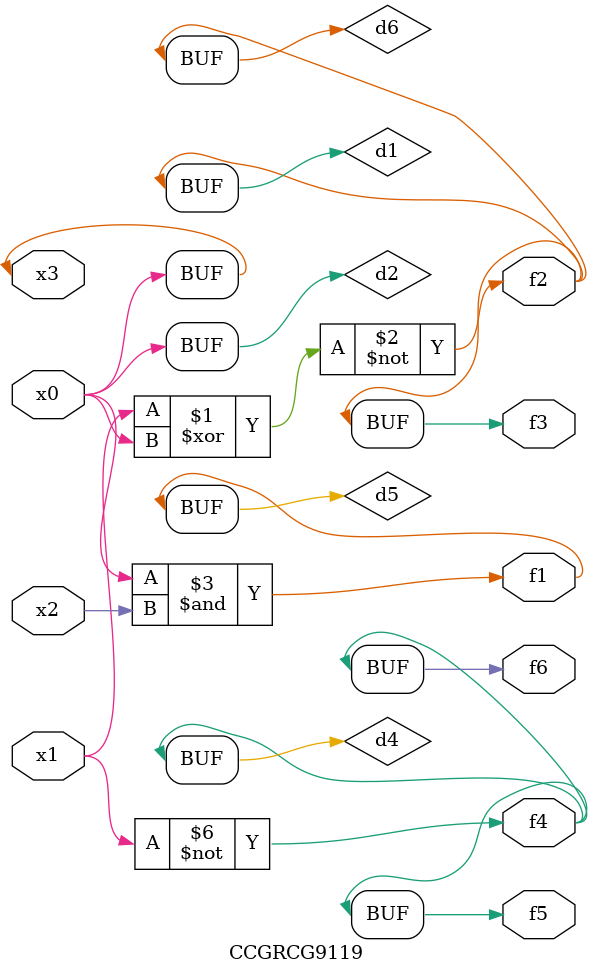
<source format=v>
module CCGRCG9119(
	input x0, x1, x2, x3,
	output f1, f2, f3, f4, f5, f6
);

	wire d1, d2, d3, d4, d5, d6;

	xnor (d1, x1, x3);
	buf (d2, x0, x3);
	nand (d3, x0, x2);
	not (d4, x1);
	nand (d5, d3);
	or (d6, d1);
	assign f1 = d5;
	assign f2 = d6;
	assign f3 = d6;
	assign f4 = d4;
	assign f5 = d4;
	assign f6 = d4;
endmodule

</source>
